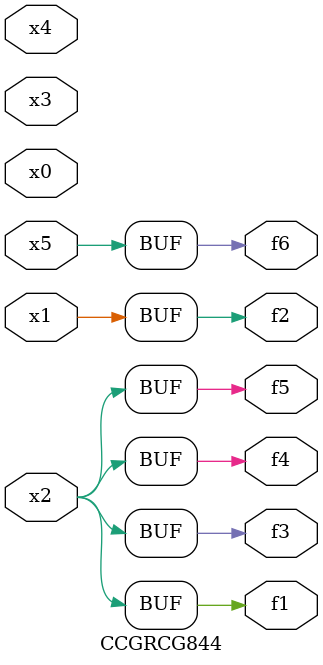
<source format=v>
module CCGRCG844(
	input x0, x1, x2, x3, x4, x5,
	output f1, f2, f3, f4, f5, f6
);
	assign f1 = x2;
	assign f2 = x1;
	assign f3 = x2;
	assign f4 = x2;
	assign f5 = x2;
	assign f6 = x5;
endmodule

</source>
